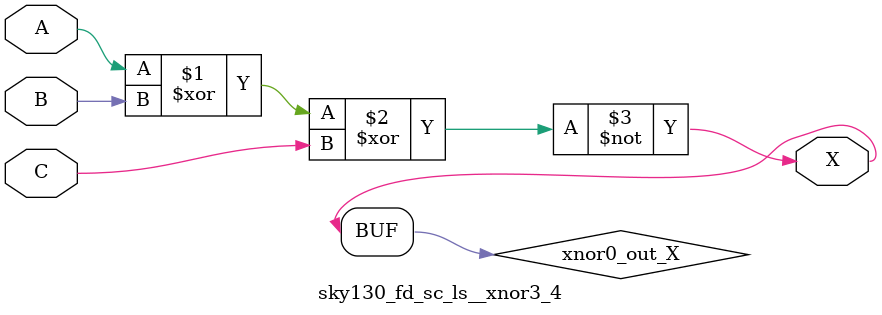
<source format=v>
/*
 * Copyright 2020 The SkyWater PDK Authors
 *
 * Licensed under the Apache License, Version 2.0 (the "License");
 * you may not use this file except in compliance with the License.
 * You may obtain a copy of the License at
 *
 *     https://www.apache.org/licenses/LICENSE-2.0
 *
 * Unless required by applicable law or agreed to in writing, software
 * distributed under the License is distributed on an "AS IS" BASIS,
 * WITHOUT WARRANTIES OR CONDITIONS OF ANY KIND, either express or implied.
 * See the License for the specific language governing permissions and
 * limitations under the License.
 *
 * SPDX-License-Identifier: Apache-2.0
*/


`ifndef SKY130_FD_SC_LS__XNOR3_4_FUNCTIONAL_V
`define SKY130_FD_SC_LS__XNOR3_4_FUNCTIONAL_V

/**
 * xnor3: 3-input exclusive NOR.
 *
 * Verilog simulation functional model.
 */

`timescale 1ns / 1ps
`default_nettype none

`celldefine
module sky130_fd_sc_ls__xnor3_4 (
    X,
    A,
    B,
    C
);

    // Module ports
    output X;
    input  A;
    input  B;
    input  C;

    // Local signals
    wire xnor0_out_X;

    //   Name   Output       Other arguments
    xnor xnor0 (xnor0_out_X, A, B, C        );
    buf  buf0  (X          , xnor0_out_X    );

endmodule
`endcelldefine

`default_nettype wire
`endif  // SKY130_FD_SC_LS__XNOR3_4_FUNCTIONAL_V

</source>
